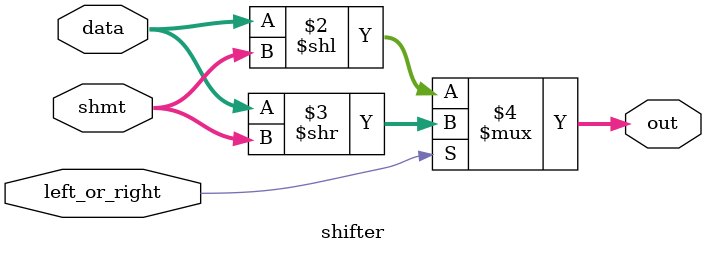
<source format=v>
`timescale 1ns / 1ps


module shifter(
    input wire left_or_right, // left = 0, right = 1 
    input wire[31:0] data,
    input wire[4:0] shmt,
    output wire[31:0] out
    );
    assign out = (left_or_right == 0) ? (data << shmt): (data >> shmt);
    
    
endmodule

</source>
